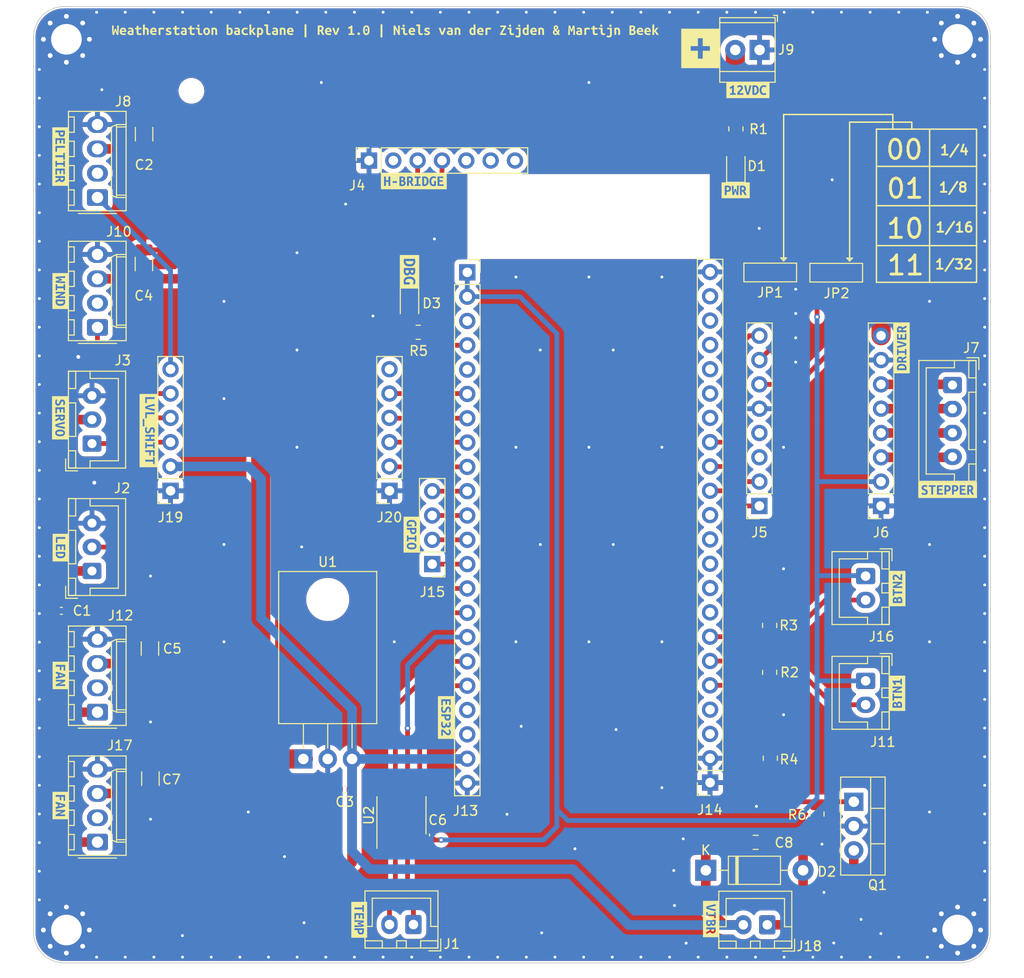
<source format=kicad_pcb>
(kicad_pcb (version 20221018) (generator pcbnew)
  (layers (0 "F.Cu" signal) (31 "B.Cu" signal) (34 "B.Paste" user) (35 "F.Paste" user) (36 "B.SilkS" user "B.Silkscreen") (37 "F.SilkS" user "F.Silkscreen") (38 "B.Mask" user) (39 "F.Mask" user) (44 "Edge.Cuts" user))
  (net 0 "")
  (net 1 "+12V")
  (net 2 "GND")
  (net 3 "+5V")
  (net 4 "+3V3")
  (net 5 "Net-(D2-A)")
  (net 6 "/THRMCPL_+")
  (net 7 "/THRCPL_-")
  (net 8 "/LED_DATA_HV")
  (net 9 "/SERVO_PWM_HV")
  (net 10 "/3V3_IN")
  (net 11 "/D0_HEAT")
  (net 12 "/D1_COOL")
  (net 13 "/D2")
  (net 14 "/D3")
  (net 15 "/VT")
  (net 16 "/STEPPER_DIR")
  (net 17 "/STEPPER_STEP")
  (net 18 "/STEPPER_TX")
  (net 19 "/STEPPER_RX")
  (net 20 "/STEPPER_MS2")
  (net 21 "/STEPPER_MS1")
  (net 22 "/STEPPER_EN")
  (net 23 "/STEPPER_B2")
  (net 24 "/STEPPER_B1")
  (net 25 "/STEPPER_A1")
  (net 26 "/STEPPER_A2")
  (net 27 "/FAN_PELTIER_PWM_HV")
  (net 28 "/FAN_PELTIER_RPM")
  (net 29 "/FAN_WIND_PWM_HV")
  (net 30 "/FAN_WIND_RPM")
  (net 31 "/BUTTON_CURRENT")
  (net 32 "/FAN_EXT1_RPM")
  (net 33 "/nRST")
  (net 34 "Net-(D3-A)")
  (net 35 "/ESP_5")
  (net 36 "/FAN_PELTIER_PWM")
  (net 37 "/FAN_WIND_PWM")
  (net 38 "/SERVO_PWM")
  (net 39 "/ESP_18")
  (net 40 "/BUTTON_UPCOMING")
  (net 41 "/LED_DATA")
  (net 42 "/AMP_nCS")
  (net 43 "/AMP_MISO")
  (net 44 "/AMP_SCK")
  (net 45 "/ESP_13")
  (net 46 "/ESP_14")
  (net 47 "/ESP_19")
  (net 48 "/ESP_20")
  (net 49 "/ESP_35_NC")
  (net 50 "/ESP_45")
  (net 51 "/ESP_0")
  (net 52 "/MOTOR_EN")
  (net 53 "/ESP_36_NC")
  (net 54 "/ESP_37_NC")
  (net 55 "/ESP_41")
  (net 56 "/ESP_42")
  (net 57 "/ESP_2")
  (net 58 "/ESP_1")
  (net 59 "/ESP_RX")
  (net 60 "/ESP_TX")
  (net 61 "/FAN_EXT2_RPM")
  (net 62 "/NC")
  (net 63 "Net-(Q1-G)")
  (net 65 "/ESP_17")
  (net 66 "/ESP_8")
  (net 67 "/ESP_3")
  (net 68 "Net-(D1-A)")
  (net 69 "/DBG_LED")
  (footprint "kibuzzard-643E6D96" (layer "F.Cu") (at 222.69 104.44 90)
    (fp_text reference "kibuzzard-643E6D96" hide)
    (fp_text value "G***" hide)
  )
  (footprint "Resistor_SMD:R_0805_2012Metric" (layer "F.Cu") (at 214.31 117.0475 -90)
    (fp_text reference "R6")
    (fp_text value "10k")
  )
  (footprint "Capacitor_SMD:C_0402_1005Metric" (layer "F.Cu") (at 165.01 114.47 180)
    (fp_text reference "C3")
    (fp_text value "0u1 16V")
  )
  (footprint "Capacitor_SMD:C_1206_3216Metric" (layer "F.Cu") (at 144.06 46.035 90)
    (fp_text reference "C2")
    (fp_text value "10u 25V")
  )
  (footprint "kibuzzard-643E6D8F" (layer "F.Cu") (at 222.71 93.5 90)
    (fp_text reference "kibuzzard-643E6D8F" hide)
    (fp_text value "G***" hide)
  )
  (footprint "Package_SO:SO-8_3.9x4.9mm_P1.27mm" (layer "F.Cu") (at 170.93 117.19 90)
    (fp_text reference "U2")
    (fp_text value "MAX6675ISA+T")
  )
  (footprint "kibuzzard-6443C714" (layer "F.Cu") (at 144.55 77 -90)
    (fp_text reference "kibuzzard-6443C714" hide)
    (fp_text value "G***" hide)
  )
  (footprint "Capacitor_SMD:C_0402_1005Metric" (layer "F.Cu") (at 174.22 119.24 -90)
    (fp_text reference "C6")
    (fp_text value "0u1 16V")
  )
  (footprint "kibuzzard-6443C88F" (layer "F.Cu") (at 175.58 106.97 -90)
    (fp_text reference "kibuzzard-6443C88F" hide)
    (fp_text value "G***" hide)
  )
  (footprint "Connector_Molex:Molex_KK-254_AE-6410-04A_1x04_P2.54mm_Vertical" (layer "F.Cu") (at 139.19 52.655 90)
    (fp_text reference "J8")
    (fp_text value "01x04 Molex KK254")
  )
  (footprint "Package_TO_SOT_THT:TO-220-3_Horizontal_TabDown" (layer "F.Cu") (at 160.69 111.3)
    (fp_text reference "U1")
    (fp_text value "LM7805")
  )
  (footprint "Capacitor_SMD:C_1206_3216Metric" (layer "F.Cu") (at 144.72 113.355 90)
    (fp_text reference "C7")
    (fp_text value "10u 25V")
  )
  (footprint "Resistor_SMD:R_0805_2012Metric" (layer "F.Cu") (at 209.37 97.35 90)
    (fp_text reference "R3")
    (fp_text value "10k")
  )
  (footprint "MountingHole:MountingHole_3.2mm_M3_Pad_Via" (layer "F.Cu") (at 228.99 129.17)
    (fp_text reference "H3" hide)
    (fp_text value "MountingHole_Pad")
  )
  (footprint "Capacitor_SMD:C_1206_3216Metric" (layer "F.Cu") (at 144.04 59.595 90)
    (fp_text reference "C4")
    (fp_text value "10u 25V")
  )
  (footprint "Package_TO_SOT_THT:TO-220-3_Vertical" (layer "F.Cu") (at 218.155 115.77 -90)
    (fp_text reference "Q1")
    (fp_text value "RFP12N10L")
  )
  (footprint "MountingHole:MountingHole_2.2mm_M2" (layer "F.Cu") (at 149 41.51)
    (fp_text reference "H5" hide)
    (fp_text value "MountingHole")
  )
  (footprint "Connector_JST:JST_XH_B2B-XH-A_1x02_P2.50mm_Vertical" (layer "F.Cu") (at 209.12 128.625 180)
    (fp_text reference "J18")
    (fp_text value "01x02 JST XH")
  )
  (footprint "kibuzzard-6443CE84" (layer "F.Cu") (at 205.82 51.9)
    (fp_text reference "kibuzzard-6443CE84" hide)
    (fp_text value "G***" hide)
  )
  (footprint "Diode_THT:D_DO-41_SOD81_P10.16mm_Horizontal" (layer "F.Cu") (at 202.7 122.93)
    (fp_text reference "D2")
    (fp_text value "1N4007")
  )
  (footprint "kibuzzard-643E6CFB" (layer "F.Cu") (at 135.34 89.225 -90)
    (fp_text reference "kibuzzard-643E6CFB" hide)
    (fp_text value "G***" hide)
  )
  (footprint "Capacitor_SMD:C_0805_2012Metric" (layer "F.Cu") (at 207.91 120.01 180)
    (fp_text reference "C8")
    (fp_text value "0u1 100V")
  )
  (footprint "kibuzzard-6443FD19" (layer "F.Cu") (at 135.32 116.165 -90)
    (fp_text reference "kibuzzard-6443FD19" hide)
    (fp_text value "G***" hide)
  )
  (footprint "kibuzzard-6443C6BA" (layer "F.Cu") (at 166.52 128.1 -90)
    (fp_text reference "kibuzzard-6443C6BA" hide)
    (fp_text value "G***" hide)
  )
  (footprint "Connector_JST:JST_XH_B2B-XH-A_1x02_P2.50mm_Vertical" (layer "F.Cu") (at 172.18 128.595 180)
    (fp_text reference "J1")
    (fp_text value "01x02 JST XH")
  )
  (footprint "Connector_JST:JST_XH_B2B-XH-A_1x02_P2.50mm_Vertical" (layer "F.Cu") (at 219.39 103.14 -90)
    (fp_text reference "J11")
    (fp_text value "01x02 JST XH")
  )
  (footprint "Resistor_SMD:R_0805_2012Metric" (layer "F.Cu") (at 209.44 111.22 -90)
    (fp_text reference "R4")
    (fp_text value "470R")
  )
  (footprint "Connector_PinSocket_2.54mm:PinSocket_1x22_P2.54mm_Vertical" (layer "F.Cu") (at 177.8 60.47)
    (fp_text reference "J13")
    (fp_text value "01x22 Generic socket" hide)
  )
  (footprint "LED_SMD:LED_0805_2012Metric" (layer "F.Cu") (at 205.84 49.38 90)
    (fp_text reference "D1")
    (fp_text value "PWR_LED")
  )
  (footprint "MountingHole:MountingHole_3.2mm_M3_Pad_Via" (layer "F.Cu") (at 135.95 129.17)
    (fp_text reference "H4" hide)
    (fp_text value "MountingHole_Pad")
  )
  (footprint "Connector_PinSocket_2.54mm:PinSocket_1x22_P2.54mm_Vertical" (layer "F.Cu") (at 203.15 113.77 180)
    (fp_text reference "J14")
    (fp_text value "01x22 Generic socket" hide)
  )
  (footprint "Jumper:SolderJumper-3_P2.0mm_Open_TrianglePad1.0x1.5mm" (layer "F.Cu") (at 216.32 60.4825 180)
    (fp_text reference "JP2")
    (fp_text value "Jumper")
  )
  (footprint "LED_SMD:LED_0805_2012Metric" (layer "F.Cu") (at 171.77 63.79 -90)
    (fp_text reference "D3")
    (fp_text value "DBG_LED")
  )
  (footprint "Connector_JST:JST_XH_B3B-XH-A_1x03_P2.50mm_Vertical" (layer "F.Cu") (at 138.62 91.665 90)
    (fp_text reference "J2")
    (fp_text value "01x03 JST XH")
  )
  (footprint "kibuzzard-643E6D39" (layer "F.Cu") (at 135.32 62.425 -90)
    (fp_text reference "kibuzzard-643E6D39" hide)
    (fp_text value "G***" hide)
  )
  (footprint "LOGO" (layer "F.Cu") (at 219.837204 39.013747)
    (fp_text reference "G***" hide)
    (fp_text value "LOGO" hide)
  )
  (footprint "Connector_PinSocket_2.54mm:PinSocket_1x08_P2.54mm_Vertical" (layer "F.Cu") (at 208.3 84.87 180)
    (fp_text reference "J5")
    (fp_text value "01x08 Generic socket" hide)
  )
  (footprint "kibuzzard-643E6DA6" (layer "F.Cu") (at 227.95 83.2)
    (fp_text reference "kibuzzard-643E6DA6" hide)
    (fp_text value "G***" hide)
  )
  (footprint "kibuzzard-643E6CEA" (layer "F.Cu") (at 135.29 75.665 -90)
    (fp_text reference "kibuzzard-643E6CEA" hide)
    (fp_text value "G***" hide)
  )
  (footprint "Resistor_SMD:R_0805_2012Metric" (layer "F.Cu") (at 209.37 102.25 -90)
    (fp_text reference "R2")
    (fp_text value "10k")
  )
  (footprint "Connector_PinSocket_2.54mm:PinSocket_1x08_P2.54mm_Vertical" (layer "F.Cu") (at 221 84.87 180)
    (fp_text reference "J6")
    (fp_text value "01x08 Generic socket" hide)
  )
  (footprint "kibuzzard-6443FD14" (layer "F.Cu") (at 135.33 102.575 -90)
    (fp_text reference "kibuzzard-6443FD14" hide)
    (fp_text value "G***" hide)
  )
  (footprint "MountingHole:MountingHole_3.2mm_M3_Pad_Via" (layer "F.Cu") (at 228.99 36.13)
    (fp_text reference "H2" hide)
    (fp_text value "MountingHole_Pad")
  )
  (footprint "MountingHole:MountingHole_3.2mm_M3_Pad_Via" (layer "F.Cu") (at 135.95 36.127056)
    (fp_text reference "H1" hide)
    (fp_text value "MountingHole_Pad")
  )
  (footprint "Connector_JST:JST_XH_B2B-XH-A_1x02_P2.50mm_Vertical" (layer "F.Cu") (at 219.39 92.2 -90)
    (fp_text reference "J16")
    (fp_text value "01x02 JST XH")
  )
  (footprint "Fiducial:Fiducial_1.5mm_Mask3mm" (layer "F.Cu") (at 150.9 119.14)
    (fp_text reference "FID2" hide)
    (fp_text value "Fiducial")
  )
  (footprint "Connector_Molex:Molex_KK-254_AE-6410-04A_1x04_P2.54mm_Vertical" (layer "F.Cu") (at 139.19 119.985 90)
    (fp_text reference "J17")
    (fp_text value "01x04 Molex KK254")
  )
  (footprint "kibuzzard-6443C6CC" (layer "F.Cu") (at 203.24 128.02 -90)
    (fp_text reference "kibuzzard-6443C6CC" hide)
    (fp_text value "G***" hide)
  )
  (footprint "Capacitor_SMD:C_0402_1005Metric" (layer "F.Cu") (at 135.42 95.83)
    (fp_text reference "C1")
    (fp_text value "0u1 16V")
  )
  (footprint "kibuzzard-643FA2B4" (layer "F.Cu") (at 202.13 37.08)
    (fp_text reference "kibuzzard-643FA2B4" hide)
    (fp_text value "G***" hide)
  )
  (footprint "kibuzzard-6446400D" (layer "F.Cu") (at 171.99 87.87 -90)
    (fp_text reference "kibuzzard-6446400D" hide)
    (fp_text value "G***" hide)
  )
  (footprint "Connector_PinHeader_2.54mm:PinHeader_1x04_P2.54mm_Vertical" (layer "F.Cu") (at 174.14 90.95 180)
    (fp_text reference "J15")
    (fp_text value "01x04 Generic header")
  )
  (footprint "Jumper:SolderJumper-3_P2.0mm_Open_TrianglePad1.0x1.5mm" (layer "F.Cu") (at 209.43 60.46 180)
    (fp_text reference "JP1")
    (fp_text value "Jumper")
  )
  (footprint "Connector_Molex:Molex_KK-254_AE-6410-04A_1x04_P2.54mm_Vertical" (layer "F.Cu") (at 139.19 106.415 90)
    (fp_text reference "J12")
    (fp_text value "01x04 Molex KK254")
  )
  (footprint "Connector_PinSocket_2.54mm:PinSocket_1x06_P2.54mm_Vertical" (layer "F.Cu") (at 146.82 83.29 180)
    (fp_text reference "J19")
    (fp_text value "01x06 Generic socket")
  )
  (footprint "Resistor_SMD:R_0805_2012Metric" (layer "F.Cu") (at 205.85 45.48 -90)
    (fp_text reference "R1")
    (fp_text value "4k7")
  )
  (footprint "Fiducial:Fiducial_1.5mm_Mask3mm" (layer "F.Cu") (at 175.514 38.862)
    (fp_text reference "FID1" hide)
    (fp_text value "Fiducial")
  )
  (footprint "kibuzzard-6443C8B0" (layer "F.Cu") (at 207.1 41.43)
    (fp_text reference "kibuzzard-6443C8B0" hide)
    (fp_text value "G***" hide)
  )
  (footprint "TerminalBlock_TE-Connectivity:TerminalBlock_TE_282834-2_1x02_P2.54mm_Horizontal" (layer "F.Cu") (at 208.32 37.24 180)
    (fp_text reference "J9")
    (fp_text value "282834-2 Screw Terminal")
  )
  (footprint "Connector_JST:JST_XH_B3B-XH-A_1x03_P2.50mm_Vertical" (layer "F.Cu") (at 138.62 78.355 90)
    (fp_text reference "J3")
    (fp_text value "01x03 JST XH")
  )
  (footprint "kibuzzard-6443C6EC" (layer "F.Cu") (at 223.16 68.36 90)
    (fp_text reference "kibuzzard-6443C6EC" hide)
    (fp_text value "G***" hide)
  )
  (footprint "kibuzzard-643E6DC2" (layer "F.Cu") (at 172.22 50.95)
    (fp_text reference "kibuzzard-643E6DC2" hide)
    (fp_text value "G***" hide)
  )
  (footprint "Connector_JST:JST_XH_B4B-XH-A_1x04_P2.50mm_Vertical" (layer "F.Cu") (at 228.46 72.24 -90)
    (fp_text reference "J7")
    (fp_text value "01x04 JST XH")
  )
  (footprint "kibuzzard-6443CDE3" (layer "F.Cu") (at 135.3 48.375 -90)
    (fp_text reference "kibuzzard-6443CDE3" hide)
    (fp_text value "G***" hide)
  )
  (footprint "Connector_PinSocket_2.54mm:PinSocket_1x07_P2.54mm_Vertical" (layer "F.Cu") (at 167.54 48.79 90)
    (fp_text reference "J4")
    (fp_text value "01x07 Generic socket")
  )
  (footprint "Capacitor_SMD:C_1206_3216Metric" (layer "F.Cu") (at 144.67 99.765 90)
    (fp_text reference "C5")
    (fp_text value "10u 25V")
  )
  (footprint "kibuzzard-6446408C" (layer "F.Cu") (at 171.77 60.4 -90)
    (fp_text reference "kibuzzard-6446408C" hide)
    (fp_text value "G***" hide)
  )
  (footprint "Connector_Molex:Molex_KK-254_AE-6410-04A_1x04_P2.54mm_Vertical" (layer "F.Cu") (at 139.19 66.225 90)
    (fp_text reference "J10")
    (fp_text value "01x04 Molex KK254")
  )
  (footprint "Connector_PinSocket_2.54mm:PinSocket_1x06_P2.54mm_Vertical" (layer "F.Cu") (at 169.68 83.29 180)
    (fp_text reference "J20")
    (fp_text value "01x06 Generic socket")
  )
  (footprint "Fiducial:Fiducial_1.5mm_Mask3mm" (layer "F.Cu") (at 227.13 110.12)
    (fp_text reference "FID3" hide)
    (fp_text value "Fiducial")
  )
  (footprint "kibuzzard-6443DBAC" (layer "F.Cu") (at 169.25 35.25)
    (fp_text reference "kibuzzard-6443DBAC" hide)
    (fp_text value "G***" hide)
  )
  (footprint "Resistor_SMD:R_0805_2012Metric" (layer "F.Cu") (at 172.68 66.73 180)
    (fp_text reference "R5")
    (fp_text value "1k")
  )
  (footprint "LOGO" (layer "B.Cu") (at 219.85 39.02 180)
    (fp_text reference "G***" hide)
    (fp_text value "LOGO" hide)
  )
  (gr_line (start 220.52 61.51) (end 220.52 45.51) (stroke (width 0.15)) (layer "F.SilkS"))
  (gr_line (start 217.72 59.2825) (end 217.72 44.78) (stroke (width 0.15)) (layer "F.SilkS"))
  (gr_line (start 220.52 53.51) (end 230.96 53.51) (stroke (width 0.15)) (layer "F.SilkS"))
  (gr_line (start 220.58 49.4) (end 230.96 49.4) (stroke (width 0.15)) (layer "F.SilkS"))
  (gr_line (start 222.23 43.98) (end 222.23 45.49) (stroke (width 0.15)) (layer "F.SilkS"))
  (gr_line (start 217.72 44.78) (end 224.21 44.78) (stroke (width 0.15)) (layer "F.SilkS"))
  (gr_line (start 230.97 61.51) (end 220.52 61.51) (stroke (width 0.15)) (layer "F.SilkS"))
  (gr_line (start 220.55 57.68) (end 230.96 57.68) (stroke (width 0.15)) (layer "F.SilkS"))
  (gr_line (start 210.83 59.26) (end 210.83 43.98) (stroke (width 0.15)) (layer "F.SilkS"))
  (gr_line (start 210.83 43.98) (end 222.23 43.98) (stroke (width 0.15)) (layer "F.SilkS"))
  (gr_line (start 224.21 44.78) (end 224.21 45.49) (stroke (width 0.15)) (layer "F.SilkS"))
  (gr_line (start 220.52 45.51) (end 230.96 45.51) (stroke (width 0.15)) (layer "F.SilkS"))
  (gr_line (start 226.07 45.51) (end 226.07 61.51) (stroke (width 0.15)) (layer "F.SilkS"))
  (gr_line (start 230.97 45.51) (end 230.97 61.5) (stroke (width 0.15)) (layer "F.SilkS"))
  (gr_line (start 132.52 129.4) (end 132.52 35.9) (stroke (width 0.1)) (layer "Edge.Cuts"))
  (gr_arc (start 135.72 132.6) (mid 133.457258 131.662742) (end 132.52 129.4) (stroke (width 0.1)) (layer "Edge.Cuts"))
  (gr_line (start 135.72 32.7) (end 229.22 32.7) (stroke (width 0.1)) (layer "Edge.Cuts"))
  (gr_arc (start 229.22 32.7) (mid 231.482742 33.637258) (end 232.42 35.9) (stroke (width 0.1)) (layer "Edge.Cuts"))
  (gr_arc (start 232.42 129.4) (mid 231.482742 131.662742) (end 229.22 132.6) (stroke (width 0.1)) (layer "Edge.Cuts"))
  (gr_line (start 229.22 132.6) (end 135.72 132.6) (stroke (width 0.1)) (layer "Edge.Cuts"))
  (gr_arc (start 132.52 35.9) (mid 133.457258 33.637258) (end 135.72 32.7) (stroke (width 0.1)) (layer "Edge.Cuts"))
  (gr_line (start 232.42 35.9) (end 232.42 129.4) (stroke (width 0.1)) (layer "Edge.Cuts"))
  (gr_text "10" (at 221.41 57.07) (layer "F.SilkS") (effects (font (size 2 2) (thickness 0.3)) (justify left bottom)))
  (gr_text "1/8" (at 226.93 52.19) (layer "F.SilkS") (effects (font (size 1 1) (thickness 0.2)) (justify left bottom)))
  (gr_text "11" (at 221.47 60.91) (layer "F.SilkS") (effects (font (size 2 2) (thickness 0.3)) (justify left bottom)))
  (gr_text "1/16" (at 226.59 56.36) (layer "F.SilkS") (effects (font (size 1 1) (thickness 0.2) bold) (justify left bottom)))
  (gr_text "00" (at 221.33 48.83) (layer "F.SilkS") (effects (font (size 2 2) (thickness 0.3)) (justify left bottom)))
  (gr_text "01" (at 221.41 52.89) (layer "F.SilkS") (effects (font (size 2 2) (thickness 0.3)) (justify left bottom)))
  (gr_text "1/4" (at 227.05 48.3) (layer "F.SilkS") (effects (font (size 1 1) (thickness 0.2)) (justify left bottom)))
  (gr_text "1/32" (at 226.53 60.22) (layer "F.SilkS") (effects (font (size 1 1) (thickness 0.2) bold) (justify left bottom)))
  (segment (start 150.61 112.09) (end 147.87 114.83) (width 1) (layer "F.Cu") (net 1))
  (segment (start 150.44 47.51) (end 150.44 58.47) (width 1) (layer "F.Cu") (net 1))
  (segment (start 214.4 44.08) (end 221 50.68) (width 2) (layer "F.Cu") (net 1))
  (segment (start 144.575 101.335) (end 144.67 101.24) (width 1) (layer "F.Cu") (net 1))
  (segment (start 150.44 58.47) (end 147.765 61.145) (width 1) (layer "F.Cu") (net 1))
  (segment (start 150.61 101.24) (end 150.61 112.09) (width 1) (layer "F.Cu") (net 1))
  (segment (start 158.31 111.3) (end 160.69 111.3) (width 2) (layer "F.Cu") (net 1))
  (segment (start 205.78 44.08) (end 214.4 44.08) (width 2) (layer "F.Cu") (net 1))
  (segment (start 147.765 61.145) (end 139.19 61.145) (width 1) (layer "F.Cu") (net 1))
  (segment (start 156.24 50.08) (end 156.24 54.38) (width 2) (layer "F.Cu") (net 1))
  (segment (start 150.44 47.51) (end 158.81 47.51) (width 1) (layer "F.Cu") (net 1))
  (segment (start 221 50.68) (end 221 67.09) (width 2) (layer "F.Cu") (net 1))
  (segment (start 144.06 47.51) (end 150.44 47.51) (width 1) (layer "F.Cu") (net 1))
  (segment (start 143.995 47.575) (end 144.06 47.51) (width 1) (layer "F.Cu") (net 1))
  (segment (start 139.19 114.905) (end 144.645 114.905) (width 1) (layer "F.Cu") (net 1))
  (segment (start 139.19 101.335) (end 144.575 101.335) (width 1) (layer "F.Cu") (net 1))
  (segment (start 156.15 101.24) (end 156.24 101.33) (width 1) (layer "F.Cu") (net 1))
  (segment (start 156.24 109.23) (end 158.31 111.3) (width 2) (layer "F.Cu") (net 1))
  (segment (start 205.78 37.24) (end 205.78 44.08) (width 2) (layer "F.Cu") (net 1))
  (segment (start 144.645 114.905) (end 144.72 114.83) (width 1) (layer "F.Cu") (net 1))
  (segment (start 162.24 44.08) (end 159.575 46.745) (width 2) (layer "F.Cu") (net 1))
  (segment (start 150.61 101.24) (end 156.15 101.24) (width 1) (layer "F.Cu") (net 1))
  (segment (start 158.81 47.51) (end 159.575 46.745) (width 1) (layer "F.Cu") (net 1))
  (segment (start 147.87 114.83) (end 144.72 114.83) (width 1) (layer "F.Cu") (net 1))
  (segment (start 159.575 46.745) (end 156.24 50.08) (width 2) (layer "F.Cu") (net 1))
  (segment (start 144.67 101.24) (end 150.61 101.24) (width 1) (layer "F.Cu") (net 1))
  (segment (start 139.19 47.575) (end 143.995 47.575) (width 1) (layer "F.Cu") (net 1))
  (segment (start 156.24 54.38) (end 156.24 101.33) (width 2) (layer "F.Cu") (net 1))
  (segment (start 156.24 101.33) (end 156.24 109.23) (width 2) (layer "F.Cu") (net 1))
  (segment (start 205.78 44.08) (end 162.24 44.08) (width 2) (layer "F.Cu") (net 1))
  (via (at 231.82 39.281821) (size 0.6) (drill 0.3) (layers "F.Cu" "B.Cu") (net 2))
  (via (at 198.12 60.96) (size 0.6) (drill 0.3) (layers "F.Cu" "B.Cu") (net 2))
  (via (at 185.57 129.46) (size 0.6) (drill 0.3) (layers "F.Cu" "B.Cu") (net 2))
  (via (at 204.901816 132) (size 0.6) (drill 0.3) (layers "F.Cu" "B.Cu") (net 2))
  (via (at 167.95 65.03) (size 0.6) (drill 0.3) (layers "F.Cu" "B.Cu") (net 2))
  (via (at 231.82 114.054546) (size 0.6) (drill 0.3) (layers "F.Cu" "B.Cu") (net 2))
  (via (at 214.83 120.2) (size 0.6) (drill 0.3) (layers "F.Cu" "B.Cu") (net 2))
  (via (at 133.12 105.081819) (size 0.6) (drill 0.3) (layers "F.Cu" "B.Cu") (net 2))
  (via (at 219.856361 132) (size 0.6) (drill 0.3) (layers "F.Cu" "B.Cu") (net 2))
  (via (at 133.12 81.154547) (size 0.6) (drill 0.3) (layers "F.Cu" "B.Cu") (net 2))
  (via (at 199.36 122.95) (size 0.6) (drill 0.3) (layers "F.Cu" "B.Cu") (net 2))
  (via (at 160.038181 132) (size 0.6) (drill 0.3) (layers "F.Cu" "B.Cu") (net 2))
  (via (at 210.883634 33.3) (size 0.6) (drill 0.3) (layers "F.Cu" "B.Cu") (net 2))
  (via (at 207.892725 33.3) (size 0.6) (drill 0.3) (layers "F.Cu" "B.Cu") (net 2))
  (via (at 189.04 120.68) (size 0.6) (drill 0.3) (layers "F.Cu" "B.Cu") (net 2))
  (via (at 133.12 87.136365) (size 0.6) (drill 0.3) (layers "F.Cu" "B.Cu") (net 2))
  (via (at 231.82 126.018182) (size 0.6) (drill 0.3) (layers "F.Cu" "B.Cu") (net 2))
  (via (at 145.083636 132) (size 0.6) (drill 0.3) (layers "F.Cu" "B.Cu") (net 2))
  (via (at 144.73 117.595) (size 0.6) (drill 0.3) (layers "F.Cu" "B.Cu") (net 2))
  (via (at 133.12 72.18182) (size 0.6) (drill 0.3) (layers "F.Cu" "B.Cu") (net 2))
  (via (at 180.974544 132) (size 0.6) (drill 0.3) (layers "F.Cu" "B.Cu") (net 2))
  (via (at 231.82 105.081819) (size 0.6) (drill 0.3) (layers "F.Cu" "B.Cu") (net 2))
  (via (at 160.038181 33.3) (size 0.6) (drill 0.3) (layers "F.Cu" "B.Cu") (net 2))
  (via (at 201.910907 33.3) (size 0.6) (drill 0.3) (layers "F.Cu" "B.Cu") (net 2))
  (via (at 133.12 78.163638) (size 0.6) (drill 0.3) (layers "F.Cu" "B.Cu") (net 2))
  (via (at 152.4 99.06) (size 0.6) (drill 0.3) (layers "F.Cu" "B.Cu") (net 2))
  (via (at 139.101818 132) (size 0.6) (drill 0.3) (layers "F.Cu" "B.Cu") (net 2))
  (via (at 174.992726 33.3) (size 0.6) (drill 0.3) (layers "F.Cu" "B.Cu") (net 2))
  (via (at 231.82 120.036364) (size 0.6) (drill 0.3) (layers "F.Cu" "B.Cu") (net 2))
  (via (at 189.947271 33.3) (size 0.6) (drill 0.3) (layers "F.Cu" "B.Cu") (net 2))
  (via (at 231.82 90.127274) (size 0.6) (drill 0.3) (layers "F.Cu" "B.Cu") (net 2))
  (via (at 210.82 78.74) (size 0.6) (drill 0.3) (layers "F.Cu" "B.Cu") (net 2))
  (via (at 133.12 51.245457) (size 0.6) (drill 0.3) (layers "F.Cu" "B.Cu") (net 2))
  (via (at 231.82 117.045455) (size 0.6) (drill 0.3) (layers "F.Cu" "B.Cu") (net 2))
  (via (at 231.82 72.18182) (size 0.6) (drill 0.3) (layers "F.Cu" "B.Cu") (net 2))
  (via (at 133.12 69.190911) (size 0.6) (drill 0.3) (layers "F.Cu" "B.Cu") (net 2))
  (via (at 212.09 67.31) (size 0.6) (drill 0.3) (layers "F.Cu" "B.Cu") (net 2))
  (via (at 163.02909 132) (size 0.6) (drill 0.3) (layers "F.Cu" "B.Cu") (net 2))
  (via (at 231.82 75.172729) (size 0.6) (drill 0.3) (layers "F.Cu" "B.Cu") (net 2))
  (via (at 133.12 42.27273) (size 0.6) (drill 0.3) (layers "F.Cu" "B.Cu") (net 2))
  (via (at 133.12 108.072728) (size 0.6) (drill 0.3) (layers "F.Cu" "B.Cu") (net 2))
  (via (at 148.06 129.75) (size 0.6) (drill 0.3) (layers "F.Cu" "B.Cu") (net 2))
  (via (at 142.092727 132) (size 0.6) (drill 0.3) (layers "F.Cu" "B.Cu") (net 2))
  (via (at 231.82 99.100001) (size 0.6) (drill 0.3) (layers "F.Cu" "B.Cu") (net 2))
  (via (at 199.43 126.61) (size 0.6) (drill 0.3) (layers "F.Cu" "B.Cu") (net 2))
  (via (at 152.4 88.9) (size 0.6) (drill 0.3) (layers "F.Cu" "B.Cu") (net 2))
  (via (at 200.35 119.64) (size 0.6) (drill 0.3) (layers "F.Cu" "B.Cu") (net 2))
  (via (at 174.37 56.98) (size 0.6) (drill 0.3) (layers "F.Cu" "B.Cu") (net 2))
  (via (at 133.12 57.227275) (size 0.6) (drill 0.3) (layers "F.Cu" "B.Cu") (net 2))
  (via (at 231.82 69.190911) (size 0.6) (drill 0.3) (layers "F.Cu" "B.Cu") (net 2))
  (via (at 157.047272 33.3) (size 0.6) (drill 0.3) (layers "F.Cu" "B.Cu") (net 2))
  (via (at 148.074545 33.3) (size 0.6) (drill 0.3) (layers "F.Cu" "B.Cu") (net 2))
  (via (at 210.82 91.44) (size 0.6) (drill 0.3) (layers "F.Cu" "B.Cu") (net 2))
  (via (at 231.82 60.218184) (size 0.6) (drill 0.3) (layers "F.Cu" "B.Cu") (net 2))
  (via (at 192.93818 33.3) (size 0.6) (drill 0.3) (layers "F.Cu" "B.Cu") (net 2))
  (via (at 219.856361 33.3) (size 0.6) (drill 0.3) (layers "F.Cu" "B.Cu") (net 2))
  (via (at 138.86 82.44) (size 0.8) (drill 0.4) (layers "F.Cu" "B.Cu") (net 2))
  (via (at 133.12 99.100001) (size 0.6) (drill 0.3) (layers "F.Cu" "B.Cu") (net 2))
  (via (at 133.12 84.145456) (size 0.6) (drill 0.3) (layers "F.Cu" "B.Cu") (net 2))
  (via (at 148.074545 132) (size 0.6) (drill 0.3) (layers "F.Cu" "B.Cu") (net 2))
  (via (at 231.82 87.136365) (size 0.6) (drill 0.3) (layers "F.Cu" "B.Cu") (net 2))
  (via (at 210.82 106.68) (size 0.6) (drill 0.3) (layers "F.Cu" "B.Cu") (net 2))
  (via (at 193.34 108.23) (size 0.6) (drill 0.3) (layers "F.Cu" "B.Cu") (net 2))
  (via (at 169.010908 33.3) (size 0.6) (drill 0.3) (layers "F.Cu" "B.Cu") (net 2))
  (via (at 216.06 130.52) (size 0.6) (drill 0.3) (layers "F.Cu" "B.Cu") (net 2))
  (via (at 190.5 40.64) (size 0.6) (drill 0.3) (layers "F.Cu" "B.Cu") (net 2))
  (via (at 183.965453 33.3) (size 0.6) (drill 0.3) (layers "F.Cu" "B.Cu") (net 2))
  (via (at 198.919998 33.3) (size 0.6) (drill 0.3) (layers "F.Cu" "B.Cu") (net 2))
  (via (at 139.65 41.395) (size 0.6) (drill 0.3) (layers "F.Cu" "B.Cu") (net 2))
  (via (at 190.5 99.06) (size 0.6) (drill 0.3) (layers "F.Cu" "B.Cu") (net 2))
  (via (at 231.82 57.227275) (size 0.6) (drill 0.3) (layers "F.Cu" "B.Cu") (net 2))
  (via (at 198.919998 132) (size 0.6) (drill 0.3) (layers "F.Cu" "B.Cu") (net 2))
  (via (at 160.02 68.58) (size 0.6) (drill 0.3) (layers "F.Cu" "B.Cu") (net 2))
  (via (at 201.910907 132) (size 0.6) (drill 0.3) (layers "F.Cu" "B.Cu") (net 2))
  (via (at 195.929089 33.3) (size 0.6) (drill 0.3) (layers "F.Cu" "B.Cu") (net 2))
  (via (at 133.12 120.036364) (size 0.6) (drill 0.3) (layers "F.Cu" "B.Cu") (net 2))
  (via (at 133.12 39.281821) (size 0.6) (drill 0.3) (layers "F.Cu" "B.Cu") (net 2))
  (via (at 182.88 78.74) (size 0.6) (drill 0.3) (layers "F.Cu" "B.Cu") (net 2))
  (via (at 207.892725 132) (size 0.6) (drill 0.3) (layers "F.Cu" "B.Cu") (net 2))
  (via (at 133.12 66.200002) (size 0.6) (drill 0.3) (layers "F.Cu" "B.Cu") (net 2))
  (via (at 208.28 55.88) (size 0.6) (drill 0.3) (layers "F.Cu" "B.Cu") (net 2))
  (via (at 154.94 116.84) (size 0.6) (drill 0.3) (layers "F.Cu" "B.Cu") (net 2))
  (via (at 222.84727 132) (size 0.6) (drill 0.3) (layers "F.Cu" "B.Cu") (net 2))
  (via (at 190.5 60.96) (size 0.6) (drill 0.3) (layers "F.Cu" "B.Cu") (net 2))
  (via (at 200.65 130.54) (size 0.6) (drill 0.3) (layers "F.Cu" "B.Cu") (net 2))
  (via (at 216.865452 33.3) (size 0.6) (drill 0.3) (layers "F.Cu" "B.Cu") (net 2))
  (via (at 218.91 128.06) (size 0.6) (drill 0.3) (layers "F.Cu" "B.Cu") (net 2))
  (via (at 195.929089 132) (size 0.6) (drill 0.3) (layers "F.Cu" "B.Cu") (net 2))
  (via (at 133.12 123.027273) (size 0.6) (drill 0.3) (layers "F.Cu" "B.Cu") (net 2))
  (via (at 231.82 42.27273) (size 0.6) (drill 0.3) (layers "F.Cu" "B.Cu") (net 2))
  (via (at 212.09 64.77) (size 0.6) (drill 0.3) (layers "F.Cu" "B.Cu") (net 2))
  (via (at 160.02 58.42) (size 0.6) (drill 0.3) (layers "F.Cu" "B.Cu") (net 2))
  (via (at 154.056363 132) (size 0.6) (drill 0.3) (layers "F.Cu" "B.Cu") (net 2))
  (via (at 172.001817 33.3) (size 0.6) (drill 0.3) (layers "F.Cu" "B.Cu") (net 2))
  (via (at 225.838179 33.3) (size 0.6) (drill 0.3) (layers "F.Cu" "B.Cu") (net 2))
  (via (at 133.12 60.218184) (size 0.6) (drill 0.3) (layers "F.Cu" "B.Cu") (net 2))
  (via (at 157.047272 132) (size 0.6) (drill 0.3) (layers "F.Cu" "B.Cu") (net 2))
  (via (at 189.947271 132) (size 0.6) (drill 0.3) (layers "F.Cu" "B.Cu") (net 2))
  (via (at 154.056363 33.3) (size 0.6) (drill 0.3) (layers "F.Cu" "B.Cu") (net 2))
  (via (at 142.092727 33.3) (size 0.6) (drill 0.3) (layers "F.Cu" "B.Cu") (net 2))
  (via (at 222.84727 33.3) (size 0.6) (drill 0.3) (layers "F.Cu" "B.Cu") (net 2))
  (via (at 163.02909 33.3) (size 0.6) (drill 0.3) (layers "F.Cu" "B.Cu") (net 2))
  (via (at 170.18 99.06) (size 0.6) (drill 0.3) (layers "F.Cu" "B.Cu") (net 2))
  (via (at 162.56 40.64) (size 0.6) (drill 0.3) (layers "F.Cu" "B.Cu") (net 2))
  (via (at 151.065454 33.3) (size 0.6) (drill 0.3) (layers "F.Cu" "B.Cu") (net 2))
  (via (at 133.12 102.09091) (size 0.6) (drill 0.3) (layers "F.Cu" "B.Cu") (net 2))
  (via (at 193.04 88.9) (size 0.6) (drill 0.3) (layers "F.Cu" "B.Cu") (net 2))
  (via (at 225.838179 132) (size 0.6) (drill 0.3) (layers "F.Cu" "B.Cu") (net 2))
  (via (at 133.12 96.109092) (size 0.6) (drill 0.3) (layers "F.Cu" "B.Cu") (net 2))
  (via (at 182.88 60.96) (size 0.6) (drill 0.3) (layers "F.Cu" "B.Cu") (net 2))
  (via (at 174.992726 132) (size 0.6) (drill 0.3) (layers "F.Cu" "B.Cu") (net 2))
  (via (at 185.42 88.9) (size 0.6) (drill 0.3) (layers "F.Cu" "B.Cu") (net 2))
  (via (at 231.82 51.245457) (size 0.6) (drill 0.3) (layers "F.Cu" "B.Cu") (net 2))
  (via (at 231.82 78.163638) (size 0.6) (drill 0.3) (layers "F.Cu" "B.Cu") (net 2))
  (via (at 160.02 78.74) (size 0.6) (drill 0.3) (layers "F.Cu" "B.Cu") (net 2))
  (via (at 166.019999 33.3) (size 0.6) (drill 0.3) (layers "F.Cu" "B.Cu") (net 2))
  (via (at 139.101818 33.3) (size 0.6) (drill 0.3) (layers "F.Cu" "B.Cu") (net 2))
  (via (at 133.12 45.263639) (size 0.6) (drill 0.3) (layers "F.Cu" "B.Cu") (net 2))
  (via (at 231.82 96.109092) (size 0.6) (drill 0.3) (layers "F.Cu" "B.Cu") (net 2))
  (via (at 177.983635 132) (size 0.6) (drill 0.3) (layers "F.Cu" "B.Cu") (net 2))
  (via (at 220.98 129.54) (size 0.6) (drill 0.3) (layers "F.Cu" "B.Cu") (net 2))
  (via (at 198.12 114.3) (size 0.6) (drill 0.3) (layers "F.Cu" "B.Cu") (net 2))
  (via (at 198.12 99.06) (size 0.6) (drill 0.3) (layers "F.Cu" "B.Cu") (net 2))
  (via (at 231.82 63.209093) (size 0.6) (drill 0.3) (layers "F.Cu" "B.Cu") (net 2))
  (via (at 182.88 99.06) (size 0.6) (drill 0.3) (layers "F.Cu" "B.Cu") (net 2))
  (via (at 181.95 117.08) (size 0.6) (drill 0.3) (layers "F.Cu" "B.Cu") (net 2))
  (via (at 133.12 114.054546) (size 0.6) (drill 0.3) (layers "F.Cu" "B.Cu") (net 2))
  (via (at 190.5 78.74) (size 0.6) (drill 0.3) (layers "F.Cu" "B.Cu") (net 2))
  (via (at 133.12 126.018182) (size 0.6) (drill 0.3) (layers "F.Cu" "B.Cu") (net 2))
  (via (at 215.04 125.24) (size 0.6) (drill 0.3) (layers "F.Cu" "B.Cu") (net 2))
  (via (at 180.974544 33.3) (size 0.6) (drill 0.3) (layers "F.Cu" "B.Cu") (net 2))
  (via (at 133.12 111.063637) (size 0.6) (drill 0.3) (layers "F.Cu" "B.Cu") (net 2))
  (via (at 145.083636 33.3) (size 0.6) (drill 0.3) (layers "F.Cu" "B.Cu") (net 2))
  (via (at 213.874543 132) (size 0.6) (drill 0.3) (layers "F.Cu" "B.Cu") (net 2))
  (via (at 231.82 84.145456) (size 0.6) (drill 0.3) (layers "F.Cu" "B.Cu") (net 2))
  (via (at 133.12 90.127274) (size 0.6) (drill 0.3) (layers "F.Cu" "B.Cu") (net 2))
  (via (at 152.4 63.5) (size 0.6) (drill 0.3) (layers "F.Cu" "B.Cu") (net 2))
  (via (at 212.09 69.85) (size 0.6) (drill 0.3) (layers "F.Cu" "B.Cu") (net 2))
  (via (at 133.12 75.172729) (size 0.6) (drill 0.3) (layers "F.Cu" "B.Cu") (net 2))
  (via (at 165.1 53.34) (size 0.6) (drill 0.3) (layers "F.Cu" "B.Cu") (net 2))
  (via (at 151.065454 132) (size 0.6) (drill 0.3) (layers "F.Cu" "B.Cu") (net 2))
  (via (at 231.82 111.063637) (size 0.6) (drill 0.3) (layers "F.Cu" "B.Cu") (net 2))
  (via (at 133.12 48.254548) (size 0.6) (drill 0.3) (layers "F.Cu" "B.Cu") (net 2))
  (via (at 133.12 117.045455) (size 0.6) (drill 0.3) (layers "F.Cu" "B.Cu") (net 2))
  (via (at 226.06 88.9) (size 0.6) (drill 0.3) (layers "F.Cu" "B.Cu") (net 2))
  (via (at 215.9 50.8) (size 0.6) (drill 0.3) (layers "F.Cu" "B.Cu") (net 2))
  (via (at 137.19 69.3) (size 0.8) (drill 0.4) (layers "F.Cu" "B.Cu") (net 2))
  (via (at 160.76 128.41) (size 0.6) (drill 0.3) (layers "F.Cu" "B.Cu") (net 2))
  (via (at 204.901816 33.3) (size 0.6) (drill 0.3) (layers "F.Cu" "B.Cu") (net 2))
  (via (at 231.82 123.027273) (size 0.6) (drill 0.3) (layers "F.Cu" "B.Cu") (net 2))
  (via (at 152.4 73.66) (size 0.6) (drill 0.3) (layers "F.Cu" "B.Cu") (net 2))
  (via (at 192.93818 132) (size 0.6) (drill 0.3) (layers "F.Cu" "B.Cu") (net 2))
  (via (at 210.883634 132) (size 0.6) (drill 0.3) (layers "F.Cu" "B.Cu") (net 2))
  (via (at 133.12 54.236366) (size 0.6) (drill 0.3) (layers "F.Cu" "B.Cu") (net 2))
  (via (at 198.12 78.74) (size 0.6) (drill 0.3) (layers "F.Cu" "B.Cu") (net 2))
  (via (at 231.82 54.236366) (size 0.6) (drill 0.3) (layers "F.Cu" "B.Cu") (net 2))
  (via (at 144.73 92.195) (size 0.6) (drill 0.3) (layers "F.Cu" "B.Cu") (net 2))
  (via (at 166.019999 132) (size 0.6) (drill 0.3) (layers "F.Cu" "B.Cu") (net 2))
  (via (at 226.06 99.06) (size 0.6) (drill 0.3) (layers "F.Cu" "B.Cu") (net 2))
  (via (at 226.06 116.84) (size 0.6) (drill 0.3) (layers "F.Cu" "B.Cu") (net 2))
  (via (at 183.965453 132) (size 0.6) (drill 0.3) (layers "F.Cu" "B.Cu") (net 2))
  (via (at 186.956362 132) (size 0.6) (drill 0.3) (layers "F.Cu" "B.Cu") (net 2))
  (via (at 231.82 81.154547) (size 0.6) (drill 0.3) (layers "F.Cu" "B.Cu") (net 2))
  (via (at 193.04 68.58) (size 0.6) (drill 0.3) (layers "F.Cu" "B.Cu") (net 2))
  (via (at 185.42 68.58) (size 0.6) (drill 0.3) (layers "F.Cu" "B.Cu") (net 2))
  (via (at 169.010909 132) (size 0.6) (drill 0.3) (layers "F.Cu" "B.Cu") (net 2))
  (via (at 231.82 66.200002) (size 0.6) (drill 0.3) (layers "F.Cu" "B.Cu") (net 2))
  (via (at 183.43 107.89) (size 0.6) (drill 0.3) (layers "F.Cu" "B.Cu") (net 2))
  (via (at 212.09 62.23) (size 0.6) (drill 0.3) (layers "F.Cu" "B.Cu") (net 2))
  (via (at 231.82 93.118183) (size 0.6) (drill 0.3) (layers "F.Cu" "B.Cu") (net 2))
  (via (at 213.874543 33.3) (size 0.6) (drill 0.3) (layers "F.Cu" "B.Cu") (net 2))
  (via (at 216.865452 132) (size 0.6) (drill 0.3) (layers "F.Cu" "B.Cu") (net 2))
  (via (at 226.06 63.5) (size 0.6) (drill 0.3) (layers "F.Cu" "B.Cu") (net 2))
  (via (at 133.12 63.209093) (size 0.6) (drill 0.3) (layers "F.Cu" "B.Cu") (net 2))
  (via (at 158.72 121.5) (size 0.6) (drill 0.3) (layers "F.Cu" "B.Cu") (net 2))
  (via (at 231.82 102.09091) (size 0.6) (drill 0.3) (layers "F.Cu" "B.Cu") (net 2))
  (via (at 231.82 108.072728) (size 0.6) (drill 0.3) (layers "F.Cu" "B.Cu") (net 2))
  (via (at 177.983635 33.3) (size 0.6) (drill 0.3) (layers "F.Cu" "B.Cu") (net 2))
  (via (at 133.12 93.118183) (size 0.6) (drill 0.3) (layers "F.Cu" "B.Cu") (net 2))
  (via (at 231.82 45.263639) (size 0.6) (drill 0.3) (layers "F.Cu" "B.Cu") (net 2))
  (via (at 160.51 89.15) (size 0.6) (drill 0.3) (layers "F.Cu" "B.Cu") (net 2))
  (via (at 172.001817 132) (size 0.6) (drill 0.3) (layers "F.Cu" "B.Cu") (net 2))
  (via (at 231.82 48.254548) (size 0.6) (drill 0.3) (layers "F.Cu" "B.Cu") (net 2))
  (via (at 207.99 116.25) (size 0.6) (drill 0.3) (layers "F.Cu" "B.Cu") (net 2))
  (via (at 186.956362 33.3) (size 0.6) (drill 0.3) (layers "F.Cu" "B.Cu") (net 2))
  (via (at 144.73 107.435) (size 0.6) (drill 0.3) (layers "F.Cu" "B.Cu") (net 2))
  (segment (start 165.77 111.3) (end 165.77 122.13) (width 1) (layer "F.Cu") (net 3))
  (segment (start 203.81 120.01) (end 206.96 120.01) (width 1) (layer "F.Cu") (net 3))
  (segment (start 134.74 119.96) (end 134.74 106.41) (width 1) (layer "F.Cu") (net 3))
  (segment (start 134.74 91.65) (end 134.74 77.2) (width 1) (layer "F.Cu") (net 3))
  (segment (start 136.085 75.855) (end 138.62 75.855) (width 1) (layer "F.Cu") (net 3))
  (segment (start 204.625 128.625) (end 202.7 126.7) (width 1) (layer "F.Cu") (net 3))
  (segment (start 139.19 119.985) (end 134.765 119.985) (width 1) (layer "F.Cu") (net 3))
  (segment (start 134.745 106.415) (end 134.74 106.41) (width 1) (layer "F.Cu") (net 3))
  (segment (start 162.51 125.39) (end 137.8 125.39) (width 1) (layer "F.Cu") (net 3))
  (segment (start 134.755 91.665) (end 134.74 91.65) (width 1) (layer "F.Cu") (net 3))
  (segment (start 134.74 106.41) (end 134.74 91.65) (width 1) (layer "F.Cu") (net 3))
  (segment (start 134.74 122.33) (end 134.74 119.96) (width 1) (layer "F.Cu") (net 3))
  (segment (start 177.645 111.425) (end 177.8 111.27) (width 1) (layer "F.Cu") (net 3))
  (segment (start 165.77 122.13) (end 162.51 125.39) (width 1) (layer "F.Cu") (net 3))
  (segment (start 202.7 126.7) (end 202.7 122.93) (width 1) (layer "F.Cu") (net 3))
  (segment (start 202.7 121.12) (end 203.81 120.01) (width 1) (layer "F.Cu") (net 3))
  (segment (start 202.7 122.93) (end 202.7 121.12) (width 1) (layer "F.Cu") (net 3))
  (segment (start 206.62 128.625) (end 204.625 128.625) (width 1) (layer "F.Cu") (net 3))
  (segment (start 134.765 119.985) (end 134.74 119.96) (width 1) (layer "F.Cu") (net 3))
  (segment (start 139.19 106.415) (end 134.745 106.415) (width 1) (layer "F.Cu") (net 3))
  (segment (start 134.74 77.2) (end 136.085 75.855) (width 1) (layer "F.Cu") (net 3))
  (segment (start 138.62 91.665) (end 134.755 91.665) (width 1) (layer "F.Cu") (net 3))
  (segment (start 137.8 125.39) (end 134.74 122.33) (width 1) (layer "F.Cu") (net 3))
  (segment (start 206.62 128.625) (end 206.595 128.65) (width 1) (layer "B.Cu") (net 3))
  (segment (start 154.96 80.75) (end 146.82 80.75) (width 1) (layer "B.Cu") (net 3))
  (segment (start 156.27 96.59) (end 156.27 82.06) (width 1) (layer "B.Cu") (net 3))
  (segment (start 194.67 128.65) (end 188.83 122.81) (width 1) (layer "B.Cu") (net 3))
  (segment (start 165.77 106.09) (end 156.27 96.59) (width 1) (layer "B.Cu") (net 3))
  (segment (start 165.77 111.3) (end 165.77 106.09) (width 1) (layer "B.Cu") (net 3))
  (segment (start 188.83 122.81) (end 167.65 122.81) (width 1) (layer "B.Cu") (net 3))
  (segment (start 165.77 120.93) (end 165.77 111.3) (width 1) (layer "B.Cu") (net 3))
  (segment (start 165.77 111.3) (end 177.77 111.3) (width 1) (layer "B.Cu") (net 3))
  (segment (start 206.595 128.65) (end 194.67 128.65) (width 1) (layer "B.Cu") (net 3))
  (segment (start 177.77 111.3) (end 177.8 111.27) (width 1) (layer "B.Cu") (net 3))
  (segment (start 167.65 122.81) (end 165.77 120.93) (width 1) (layer "B.Cu") (net 3))
  (segment (start 156.27 82.06) (end 154.96 80.75) (width 1) (layer "B.Cu") (net 3))
  (segment (start 175.08 119.76) (end 172.84 119.76) (width 0.5) (layer "F.Cu") (net 4))
  (segment (start 208.37 57.47) (end 207.43 58.41) (width 0.5) (layer "F.Cu") (net 4))
  (segment (start 214.32 60.4825) (end 214.32 65.12) (width 0.5) (layer "F.Cu") (net 4))
  (segment (start 214.32 58.36) (end 213.43 57.47) (width 0.5) (layer "F.Cu") (net 4))
  (segment (start 213.43 57.47) (end 208.37 57.47) (width 0.5) (layer "F.Cu") (net 4))
  (segment (start 214.32 60.4825) (end 214.32 58.36) (width 0.5) (layer "F.Cu") (net 4))
  (segment (start 207.43 58.41) (end 207.43 60.46) (width 0.5) (layer "F.Cu") (net 4))
  (segment (start 172.84 119.76) (end 172.835 119.765) (width 0.5) (layer "F.Cu") (net 4))
  (via (at 175.08 119.76) (size 0.6) (drill 0.3) (layers "F.Cu" "B.Cu") (net 4))
  (via (at 214.32 65.12) (size 0.6) (drill 0.3) (layers "F.Cu" "B.Cu") (net 4))
  (segment (start 183.29 63.01) (end 177.8 63.01) (width 0.5) (layer "B.Cu") (net 4))
  (segment (start 211.99 117.73) (end 214.32 115.4) (width 0.5) (layer "B.Cu") (net 4))
  (segment (start 187.15 109.82) (end 187.15 113.78) (width 0.5) (layer "B.Cu") (net 4))
  (segment (start 177.8 63.01) (end 177.8 60.47) (width 0.5) (layer "B.Cu") (net 4))
  (segment (start 187.15 109.82) (end 187.15 66.87) (width 0.5) (layer "B.Cu") (net 4))
  (segment (start 185.76 119.76) (end 175.08 119.76) (width 0.5) (layer "B.Cu") (net 4))
  (segment (start 187.15 66.87) (end 183.29 63.01) (width 0.5) (layer "B.Cu") (net 4))
  (segment (start 214.32 75.65) (end 214.32 82.33) (width 0.5) (layer "B.Cu") (net 4))
  (segment (start 187.15 118.37) (end 185.76 119.76) (width 0.5) (layer "B.Cu") (net 4))
  (segment (start 214.32 82.33) (end 221 82.33) (width 0.5) (layer "B.Cu") (net 4))
  (segment (start 214.32 92.15) (end 219.34 92.15) (width 0.5) (layer "B.Cu") (net 4))
  (segment (start 214.32 101.67) (end 214.32 103.14) (width 0.5) (layer "B.Cu") (net 4))
  (segment (start 187.15 113.78) (end 187.15 116.59) (width 0.5) (layer "B.Cu") (net 4))
  (segment (start 188.29 117.73) (end 211.99 117.73) (width 0.5) (layer "B.Cu") (net 4))
  (segment (start 214.32 82.33) (end 214.32 92.15) (width 0.5) (layer "B.Cu") (net 4))
  (segment (start 219.34 92.15) (end 219.39 92.2) (width 0.5) (layer "B.Cu") (net 4))
  (segment (start 214.32 65.12) (end 214.32 75.65) (width 0.5) (layer "B.Cu") (net 4))
  (segment (start 214.32 103.14) (end 219.39 103.14) (width 0.5) (layer "B.Cu") (net 4))
  (segment (start 214.32 92.15) (end 214.32 101.67) (width 0.5) (layer "B.Cu") (net 4))
  (segment (start 187.15 116.59) (end 188.29 117.73) (width 0.5) (layer "B.Cu") (net 4))
  (segment (start 214.32 115.4) (end 214.32 101.67) (width 0.5) (layer "B.Cu") (net 4))
  (segment (start 187.15 113.78) (end 187.15 118.37) (width 0.5) (layer "B.Cu") (net 4))
  (segment (start 211.105 128.625) (end 214.915 128.625) (width 1) (layer "F.Cu") (net 5))
  (segment (start 208.86 120.01) (end 212.01 120.01) (width 1) (layer "F.Cu") (net 5))
  (segment (start 218.155 125.385) (end 218.155 120.85) (width 1) (layer "F.Cu") (net 5))
  (segment (start 214.915 128.625) (end 218.155 125.385) (width 1) (layer "F.Cu") (net 5))
  (segment (start 212.86 126.87) (end 212.86 122.93) (width 1) (layer "F.Cu") (net 5))
  (segment (start 212.86 120.86) (end 212.86 122.93) (width 1) (layer "F.Cu") (net 5))
  (segment (start 212.01 120.01) (end 212.86 120.86) (width 1) (layer "F.Cu") (net 5))
  (segment (start 209.12 128.625) (end 211.105 128.625) (width 1) (layer "F.Cu") (net 5))
  (segment (start 211.105 128.625) (end 212.86 126.87) (width 1) (layer "F.Cu") (net 5))
  (segment (start 171.565 119.765) (end 171.565 125.895) (width 0.5) (layer "F.Cu") (net 6))
  (segment (start 171.565 125.895) (end 172.18 126.51) (width 0.5) (layer "F.Cu") (net 6))
  (segment (start 172.18 126.51) (end 172.18 128.595) (width 0.5) (layer "F.Cu") (net 6))
  (segment (start 169.68 126.4) (end 169.68 128.595) (width 0.5) (layer "F.Cu") (net 7))
  (segment (start 170.295 125.785) (end 169.68 126.4) (width 0.5) (layer "F.Cu") (net 7))
  (segment (start 170.295 119.765) (end 170.295 125.785) (width 0.5) (layer "F.Cu") (net 7))
  (segment (start 145.27 78.21) (end 146.82 78.21) (width 0.5) (layer "F.Cu") (net 8))
  (segment (start 138.62 89.165) (end 142.035 89.165) (width 0.5) (layer "F.Cu") (net 8))
  (segment (start 142.035 89.165) (end 143.69 87.51) (width 0.5) (layer "F.Cu") (net 8))
  (segment (start 143.69 87.51) (end 143.69 79.79) (width 0.5) (layer "F.Cu") (net 8))
  (segment (start 143.69 79.79) (end 145.27 78.21) (width 0.5) (layer "F.Cu") (net 8))
  (segment (start 146.82 75.67) (end 144.98 75.67) (width 0.5) (layer "F.Cu") (net 9))
  (segment (start 142.295 78.355) (end 138.62 78.355) (width 0.5) (layer "F.Cu") (net 9))
  (segment (start 144.98 75.67) (end 142.295 78.355) (width 0.5) (layer "F.Cu") (net 9))
  (segment (start 172.62 50.69) (end 162.57 60.74) (width 0.5) (layer "F.Cu") (net 11))
  (segment (start 173.61 96.03) (end 177.8 96.03) (width 0.5) (layer "F.Cu") (net 11))
  (segment (start 162.57 60.74) (end 162.57 84.99) (width 0.5) (layer "F.Cu") (net 11))
  (segment (start 172.62 48.79) (end 172.62 50.69) (width 0.5) (layer "F.Cu") (net 11))
  (segment (start 162.57 84.99) (end 173.61 96.03) (width 0.5) (layer "F.Cu") (net 11))
  (segment (start 177.8 93.49) (end 173.31 93.49) (width 0.5) (layer "F.Cu") (net 12))
  (segment (start 175.16 50.75) (end 175.16 48.79) (width 0.5) (layer "F.Cu") (net 12))
  (segment (start 164.54 84.72) (end 164.54 61.37) (width 0.5) (layer "F.Cu") (net 12))
  (segment (start 173.31 93.49) (end 164.54 84.72) (width 0.5) (layer "F.Cu") (net 12))
  (segment (start 164.54 61.37) (end 175.16 50.75) (width 0.5) (layer "F.Cu") (net 12))
  (segment (start 206.64 84.87) (end 205.06 83.29) (width 0.5) (layer "F.Cu") (net 16))
  (segment (start 205.06 83.29) (end 203.15 83.29) (width 0.5) (layer "F.Cu") (net 16))
  (segment (start 208.3 84.87) (end 206.64 84.87) (width 0.5) (layer "F.Cu") (net 16))
  (segment (start 206.49 82.33) (end 204.91 80.75) (width 0.5) (layer "F.Cu") (net 17))
  (segment (start 208.3 82.33) (end 206.49 82.33) (width 0.5) (layer "F.Cu") (net 17))
  (segment (start 204.91 80.75) (end 203.15 80.75) (width 0.5) (layer "F.Cu") (net 17))
  (segment (start 212.28 72.17) (end 216.32 68.13) (width 0.5) (layer "F.Cu") (net 20))
  (segment (start 208.3 72.17) (end 212.28 72.17) (width 0.5) (layer "F.Cu") (net 20))
  (segment (start 216.32 68.13) (end 216.32 60.4825) (width 0.5) (layer "F.Cu") (net 20))
  (segment (start 210.76 64.45) (end 209.43 63.12) (width 0.5) (layer "F.Cu") (net 21))
  (segment (start 208.3 69.63) (end 210.76 67.17) (width 0.5) (layer "F.Cu") (net 21))
  (segment (start 209.43 63.12) (end 209.43 60.46) (width 0.5) (layer "F.Cu") (net 21))
  (segment (start 210.76 67.17) (end 210.76 64.45) (width 0.5) (layer "F.Cu") (net 21))
  (segment (start 205.73 68.6) (end 207.24 67.09) (width 0.5) (layer "F.Cu") (net 22))
  (segment (start 203.15 78.21) (end 205.06 78.21) (width 0.5) (layer "F.Cu") (net 22))
  (segment (start 207.24 67.09) (end 208.3 67.09) (width 0.5) (layer "F.Cu") (net 22))
  (segment (start 205.06 78.21) (end 205.73 77.54) (width 0.5) (layer "F.Cu") (net 22))
  (segment (start 205.73 77.54) (end 205.73 68.6) (width 0.5) (layer "F.Cu") (net 22))
  (segment (start 228.41 79.79) (end 228.46 79.74) (width 1) (layer "F.Cu") (net 23))
  (segment (start 221 79.79) (end 228.41 79.79) (width 1) (layer "F.Cu") (net 23))
  (segment (start 221 77.25) (end 228.45 77.25) (width 1) (layer "F.Cu") (net 24))
  (segment (start 228.45 77.25) (end 228.46 77.24) (width 1) (layer "F.Cu") (net 24))
  (segment (start 228.43 74.71) (end 228.46 74.74) (width 1) (layer "F.Cu") (net 25))
  (segment (start 221 74.71) (end 228.43 74.71) (width 1) (layer "F.Cu") (net 25))
  (segment (start 221 72.17) (end 228.39 72.17) (width 1) (layer "F.Cu") (net 26))
  (segment (start 228.39 72.17) (end 228.46 72.24) (width 1) (layer "F.Cu") (net 26))
  (segment (start 146.82 60.285) (end 139.19 52.655) (width 0.5) (layer "B.Cu") (net 27))
  (segment (start 146.82 70.59) (end 146.82 60.285) (width 0.5) (layer "B.Cu") (net 27))
  (segment (start 139.19 68.57) (end 139.19 66.225) (width 0.5) (layer "F.Cu") (net 29))
  (segment (start 143.75 73.13) (end 139.19 68.57) (width 0.5) (layer "F.Cu") (net 29))
  (segment (start 146.82 73.13) (end 143.75 73.13) (width 0.5) (layer "F.Cu") (net 29))
  (segment (start 215.99 105.64) (end 219.39 105.64) (width 0.5) (layer "F.Cu") (net 31))
  (segment (start 203.15 101.07) (end 211.42 101.07) (width 0.5) (layer "F.Cu") (net 31))
  (segment (start 211.42 101.07) (end 215.99 105.64) (width 0.5) (layer "F.Cu") (net 31))
  (segment (start 171.7675 66.73) (end 171.7675 64.73) (width 0.5) (layer "F.Cu") (net 34))
  (segment (start 171.7675 64.73) (end 171.77 64.7275) (width 0.5) (layer "F.Cu") (net 34))
  (segment (start 169.68 73.13) (end 177.76 73.13) (width 0.5) (layer "F.Cu") (net 36))
  (segment (start 177.76 73.13) (end 177.8 73.17) (width 0.5) (layer "F.Cu") (net 36))
  (segment (start 169.72 75.71) (end 169.68 75.67) (width 0.5) (layer "F.Cu") (net 37))
  (segment (start 177.8 75.71) (end 169.72 75.71) (width 0.5) (layer "F.Cu") (net 37))
  (segment (start 177.76 78.21) (end 177.8 78.25) (width 0.5) (layer "F.Cu") (net 38))
  (segment (start 169.68 78.21) (end 177.76 78.21) (width 0.5) (layer "F.Cu") (net 38))
  (segment (start 174.14 85.87) (end 177.8 85.87) (width 0.5) (layer "F.Cu") (net 39))
  (segment (start 211.38 98.53) (end 215.21 94.7) (width 0.5) (layer "F.Cu") (net 40))
  (segment (start 215.21 94.7) (end 219.415 94.7) (width 0.5) (layer "F.Cu") (net 40))
  (segment (start 203.15 98.53) (end 211.38 98.53) (width 0.5) (layer "F.Cu") (net 40))
  (segment (start 177.8 80.79) (end 169.72 80.79) (width 0.5) (layer "F.Cu") (net 41))
  (segment (start 169.72 80.79) (end 169.68 80.75) (width 0.5) (layer "F.Cu") (net 41))
  (segment (start 171.565 108.085) (end 171.57 108.08) (width 0.5) (layer "F.Cu") (net 42))
  (segment (start 171.565 114.615) (end 171.565 108.085) (width 0.5) (layer "F.Cu") (net 42))
  (via (at 171.57 108.08) (size 0.6) (drill 0.3) (layers "F.Cu" "B.Cu") (net 42))
  (segment (start 171.57 108.08) (end 171.57 101.51) (width 0.5) (layer "B.Cu") (net 42))
  (segment (start 174.51 98.57) (end 177.8 98.57) (width 0.5) (layer "B.Cu") (net 42))
  (segment (start 171.57 101.51) (end 174.51 98.57) (width 0.5) (layer "B.Cu") (net 42))
  (segment (start 175.04 101.11) (end 177.8 101.11) (width 0.5) (layer "F.Cu") (net 43))
  (segment (start 170.295 105.855) (end 175.04 101.11) (width 0.5) (layer "F.Cu") (net 43))
  (segment (start 170.295 114.615) (end 170.295 105.855) (width 0.5) (layer "F.Cu") (net 43))
  (segment (start 172.835 114.615) (end 172.835 106.385) (width 0.5) (layer "F.Cu") (net 44))
  (segment (start 175.57 103.65) (end 177.8 103.65) (width 0.5) (layer "F.Cu") (net 44))
  (segment (start 172.835 106.385) (end 175.57 103.65) (width 0.5) (layer "F.Cu") (net 44))
  (segment (start 204.52 103.61) (end 209.44 108.53) (width 0.5) (layer "F.Cu") (net 52))
  (segment (start 209.44 108.53) (end 209.44 110.3075) (width 0.5) (layer "F.Cu") (net 52))
  (segment (start 203.15 103.61) (end 204.52 103.61) (width 0.5) (layer "F.Cu") (net 52))
  (segment (start 209.44 112.1325) (end 209.44 113.45) (width 0.5) (layer "F.Cu") (net 63))
  (segment (start 209.44 113.45) (end 211.76 115.77) (width 0.5) (layer "F.Cu") (net 63))
  (segment (start 211.76 115.77) (end 218.155 115.77) (width 0.5) (layer "F.Cu") (net 63))
  (segment (start 174.14 83.33) (end 177.8 83.33) (width 0.5) (layer "F.Cu") (net 65))
  (segment (start 174.14 88.41) (end 177.8 88.41) (width 0.5) (layer "F.Cu") (net 66))
  (segment (start 174.14 90.95) (end 177.8 90.95) (width 0.5) (layer "F.Cu") (net 67))
  (segment (start 205.85 46.3925) (end 205.85 48.4325) (width 0.5) (layer "F.Cu") (net 68))
  (segment (start 205.85 48.4325) (end 205.84 48.4425) (width 0.5) (layer "F.Cu") (net 68))
  (segment (start 174.69 66.73) (end 173.5925 66.73) (width 0.5) (layer "F.Cu") (net 69))
  (segment (start 177.8 68.09) (end 176.05 68.09) (width 0.5) (layer "F.Cu") (net 69))
  (segment (start 176.05 68.09) (end 174.69 66.73) (width 0.5) (layer "F.Cu") (net 69))
  (zone (net 0) (net_name "") (layer "F.Cu") (connect_pads (clearance 0)) (min_thickness 0.25)
    (keepout (tracks allowed) (vias allowed) (pads allowed) (copperpour not_allowed) (footprints allowed))
    (fill (thermal_gap 0.5) (thermal_bridge_width 0.5))
    (polygon (pts (xy 177.8 59.09) (xy 177.8 50.2) (xy 203.13 50.2) (xy 203.13 59.09)))
  )
  (zone (net 2) (net_name "GND") (layer "F.Cu") (connect_pads (clearance 0.5)) (min_thickness 0.25) (fill yes (thermal_gap 0.5) (thermal_bridge_width 0.5))
    (polygon (pts (xy 132 32.2) (xy 233 32.2) (xy 233 133.2) (xy 132 133.2)))
  )
  (zone (net 0) (net_name "") (layer "B.Cu") (connect_pads (clearance 0)) (min_thickness 0.25)
    (keepout (tracks allowed) (vias allowed) (pads allowed) (copperpour not_allowed) (footprints allowed))
    (fill (thermal_gap 0.5) (thermal_bridge_width 0.5))
    (polygon (pts (xy 203.13 59.09) (xy 203.13 50.2) (xy 177.8 50.2) (xy 177.8 59.09)))
  )
  (zone (net 2) (net_name "GND") (layer "B.Cu") (priority 1) (connect_pads (clearance 0.5)) (min_thickness 0.25) (fill yes (thermal_gap 0.5) (thermal_bridge_width 0.5))
    (polygon (pts (xy 132 32.2) (xy 233 32.2) (xy 233 133.2) (xy 132 133.2)))
  )
)
</source>
